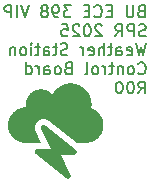
<source format=gbr>
%TF.GenerationSoftware,KiCad,Pcbnew,9.0.0*%
%TF.CreationDate,2025-03-29T18:07:34-05:00*%
%TF.ProjectId,ws-control-board,77732d63-6f6e-4747-926f-6c2d626f6172,rev?*%
%TF.SameCoordinates,Original*%
%TF.FileFunction,Legend,Bot*%
%TF.FilePolarity,Positive*%
%FSLAX46Y46*%
G04 Gerber Fmt 4.6, Leading zero omitted, Abs format (unit mm)*
G04 Created by KiCad (PCBNEW 9.0.0) date 2025-03-29 18:07:34*
%MOMM*%
%LPD*%
G01*
G04 APERTURE LIST*
%ADD10C,0.000000*%
%ADD11C,0.150000*%
G04 APERTURE END LIST*
D10*
G36*
X132526103Y-110791316D02*
G01*
X132535967Y-110791964D01*
X132545831Y-110793043D01*
X132555695Y-110794553D01*
X132565559Y-110796495D01*
X132575423Y-110798869D01*
X132595151Y-110804910D01*
X132614879Y-110812678D01*
X132634608Y-110822172D01*
X132654336Y-110833393D01*
X132674064Y-110846339D01*
X135199268Y-112866502D01*
X135214372Y-112880497D01*
X135228120Y-112894862D01*
X135240512Y-112909596D01*
X135246199Y-112917102D01*
X135251547Y-112924701D01*
X135256556Y-112932391D01*
X135261226Y-112940175D01*
X135265557Y-112948051D01*
X135269549Y-112956019D01*
X135273202Y-112964080D01*
X135276516Y-112972233D01*
X135279490Y-112980479D01*
X135282126Y-112988817D01*
X135284422Y-112997248D01*
X135286380Y-113005771D01*
X135287998Y-113014386D01*
X135289277Y-113023094D01*
X135290218Y-113031895D01*
X135290819Y-113040788D01*
X135291081Y-113049774D01*
X135291004Y-113058852D01*
X135290587Y-113068022D01*
X135289832Y-113077285D01*
X135287305Y-113096089D01*
X135283421Y-113115262D01*
X135278180Y-113134805D01*
X135269857Y-113153978D01*
X135260671Y-113172042D01*
X135255755Y-113180658D01*
X135250622Y-113188996D01*
X135245274Y-113197057D01*
X135239710Y-113204840D01*
X135233931Y-113212346D01*
X135227935Y-113219575D01*
X135221724Y-113226526D01*
X135215297Y-113233199D01*
X135208654Y-113239596D01*
X135201795Y-113245714D01*
X135194721Y-113251556D01*
X135187431Y-113257120D01*
X135179925Y-113262406D01*
X135172203Y-113267415D01*
X135164266Y-113272147D01*
X135156112Y-113276601D01*
X135147743Y-113280778D01*
X135139158Y-113284677D01*
X135130358Y-113288299D01*
X135121341Y-113291644D01*
X135112109Y-113294711D01*
X135102661Y-113297501D01*
X135083118Y-113302248D01*
X135062712Y-113305885D01*
X135041442Y-113308413D01*
X133936666Y-113308413D01*
X134757357Y-114965578D01*
X134766358Y-114987094D01*
X134773633Y-115008240D01*
X134779181Y-115029016D01*
X134783004Y-115049423D01*
X134785100Y-115069459D01*
X134785470Y-115089126D01*
X134785007Y-115098820D01*
X134784113Y-115108422D01*
X134782788Y-115117932D01*
X134781031Y-115127349D01*
X134778842Y-115136674D01*
X134776222Y-115145906D01*
X134773170Y-115155045D01*
X134769687Y-115164093D01*
X134761426Y-115181910D01*
X134751439Y-115199357D01*
X134739725Y-115216434D01*
X134726285Y-115233141D01*
X134711119Y-115249478D01*
X134694227Y-115265446D01*
X134674499Y-115278454D01*
X134654771Y-115289859D01*
X134635043Y-115299662D01*
X134615314Y-115307861D01*
X134595586Y-115314458D01*
X134575858Y-115319452D01*
X134556130Y-115322843D01*
X134536402Y-115324630D01*
X134516674Y-115324815D01*
X134496945Y-115323398D01*
X134477217Y-115320377D01*
X134457489Y-115315753D01*
X134437761Y-115309526D01*
X134418033Y-115301697D01*
X134398305Y-115292264D01*
X134378577Y-115281229D01*
X131853373Y-113261065D01*
X131838268Y-113245160D01*
X131824520Y-113229007D01*
X131812128Y-113212608D01*
X131801093Y-113195963D01*
X131791414Y-113179070D01*
X131783091Y-113161932D01*
X131776124Y-113144546D01*
X131770514Y-113126914D01*
X131766260Y-113109035D01*
X131763363Y-113090910D01*
X131761822Y-113072538D01*
X131761637Y-113053920D01*
X131762808Y-113035055D01*
X131765336Y-113015943D01*
X131769220Y-112996585D01*
X131774460Y-112976980D01*
X131782783Y-112957807D01*
X131791969Y-112939743D01*
X131796885Y-112931127D01*
X131802018Y-112922789D01*
X131807366Y-112914728D01*
X131812930Y-112906945D01*
X131818710Y-112899439D01*
X131824705Y-112892211D01*
X131830917Y-112885260D01*
X131837344Y-112878586D01*
X131843987Y-112872190D01*
X131850845Y-112866071D01*
X131857920Y-112860229D01*
X131865210Y-112854665D01*
X131872716Y-112849379D01*
X131880437Y-112844370D01*
X131888375Y-112839638D01*
X131896528Y-112835184D01*
X131904897Y-112831007D01*
X131913482Y-112827108D01*
X131922283Y-112823486D01*
X131931299Y-112820141D01*
X131940531Y-112817074D01*
X131949979Y-112814284D01*
X131969522Y-112809537D01*
X131989929Y-112805900D01*
X132011198Y-112803372D01*
X133115974Y-112803372D01*
X132295283Y-111146207D01*
X132286282Y-111124691D01*
X132279008Y-111103545D01*
X132273459Y-111082769D01*
X132269637Y-111062363D01*
X132267541Y-111042326D01*
X132267171Y-111022660D01*
X132267633Y-111012965D01*
X132268527Y-111003363D01*
X132269853Y-110993854D01*
X132271610Y-110984437D01*
X132273798Y-110975112D01*
X132276418Y-110965880D01*
X132279470Y-110956740D01*
X132282953Y-110947693D01*
X132291214Y-110929876D01*
X132301202Y-110912429D01*
X132312915Y-110895352D01*
X132326355Y-110878644D01*
X132341521Y-110862307D01*
X132358414Y-110846339D01*
X132378142Y-110833393D01*
X132397870Y-110822172D01*
X132417598Y-110812678D01*
X132437326Y-110804910D01*
X132457054Y-110798869D01*
X132466918Y-110796495D01*
X132476782Y-110794553D01*
X132486646Y-110793043D01*
X132496510Y-110791964D01*
X132506375Y-110791316D01*
X132516239Y-110791101D01*
X132526103Y-110791316D01*
G37*
G36*
X134882569Y-107251808D02*
G01*
X134974120Y-107259514D01*
X135063575Y-107271043D01*
X135150934Y-107286394D01*
X135236196Y-107305567D01*
X135319363Y-107328563D01*
X135400433Y-107355381D01*
X135479407Y-107386021D01*
X135556286Y-107420484D01*
X135631068Y-107458769D01*
X135703754Y-107500876D01*
X135774343Y-107546806D01*
X135842837Y-107596557D01*
X135909235Y-107650132D01*
X135973536Y-107707528D01*
X136035741Y-107768747D01*
X136096960Y-107830953D01*
X136154357Y-107895254D01*
X136207931Y-107961652D01*
X136257683Y-108030145D01*
X136303613Y-108100735D01*
X136345720Y-108173421D01*
X136384005Y-108248203D01*
X136418468Y-108325081D01*
X136449108Y-108404056D01*
X136475926Y-108485126D01*
X136498921Y-108568292D01*
X136518095Y-108653555D01*
X136533446Y-108740914D01*
X136544974Y-108830369D01*
X136552681Y-108921920D01*
X136556565Y-109015567D01*
X136556072Y-109058722D01*
X136554592Y-109101384D01*
X136552126Y-109143553D01*
X136548674Y-109185229D01*
X136544235Y-109226411D01*
X136538809Y-109267101D01*
X136532398Y-109307297D01*
X136525000Y-109347000D01*
X136581533Y-109367591D01*
X136636710Y-109389908D01*
X136690531Y-109413952D01*
X136742996Y-109439722D01*
X136794104Y-109467218D01*
X136843856Y-109496440D01*
X136892252Y-109527389D01*
X136939291Y-109560064D01*
X136984974Y-109594465D01*
X137029301Y-109630592D01*
X137072271Y-109668445D01*
X137113885Y-109708025D01*
X137154143Y-109749331D01*
X137193044Y-109792363D01*
X137230589Y-109837121D01*
X137266778Y-109883605D01*
X137301241Y-109933357D01*
X137333607Y-109983972D01*
X137363878Y-110035451D01*
X137392052Y-110087792D01*
X137418130Y-110140996D01*
X137442112Y-110195064D01*
X137463998Y-110249994D01*
X137483788Y-110305788D01*
X137501482Y-110362445D01*
X137517079Y-110419965D01*
X137530581Y-110478348D01*
X137541986Y-110537594D01*
X137551295Y-110597703D01*
X137558508Y-110658675D01*
X137563625Y-110720511D01*
X137566646Y-110783209D01*
X137563070Y-110863232D01*
X137556289Y-110941528D01*
X137546302Y-111018098D01*
X137533108Y-111092941D01*
X137516709Y-111166059D01*
X137497104Y-111237450D01*
X137474294Y-111307115D01*
X137448277Y-111375054D01*
X137419055Y-111441266D01*
X137386627Y-111505753D01*
X137350993Y-111568513D01*
X137312153Y-111629547D01*
X137270107Y-111688855D01*
X137224856Y-111746436D01*
X137176399Y-111802292D01*
X137124736Y-111856421D01*
X137070606Y-111908084D01*
X137014751Y-111956541D01*
X136957170Y-112001793D01*
X136897862Y-112043838D01*
X136836828Y-112082678D01*
X136774068Y-112118312D01*
X136709581Y-112150740D01*
X136643369Y-112179963D01*
X136575430Y-112205979D01*
X136505765Y-112228790D01*
X136434373Y-112248395D01*
X136361256Y-112264794D01*
X136286412Y-112277987D01*
X136209842Y-112287974D01*
X136131546Y-112294756D01*
X136051524Y-112298332D01*
X135309746Y-112298332D01*
X132989715Y-110451776D01*
X132961972Y-110430753D01*
X132933982Y-110411087D01*
X132905746Y-110392777D01*
X132877264Y-110375823D01*
X132848535Y-110360225D01*
X132819559Y-110345984D01*
X132790337Y-110333099D01*
X132760868Y-110321570D01*
X132731152Y-110311398D01*
X132701190Y-110302582D01*
X132670981Y-110295122D01*
X132640526Y-110289019D01*
X132609824Y-110284272D01*
X132578875Y-110280881D01*
X132547680Y-110278847D01*
X132516239Y-110278168D01*
X132482947Y-110278847D01*
X132450149Y-110280881D01*
X132417845Y-110284272D01*
X132386033Y-110289019D01*
X132354714Y-110295122D01*
X132323889Y-110302582D01*
X132293557Y-110311398D01*
X132263718Y-110321570D01*
X132234373Y-110333099D01*
X132205520Y-110345984D01*
X132177161Y-110360225D01*
X132149295Y-110375823D01*
X132121922Y-110392777D01*
X132095043Y-110411087D01*
X132068656Y-110430753D01*
X132042763Y-110451776D01*
X132017671Y-110473785D01*
X131993689Y-110496411D01*
X131970817Y-110519653D01*
X131949054Y-110543512D01*
X131928401Y-110567987D01*
X131908858Y-110593079D01*
X131890425Y-110618787D01*
X131873101Y-110645112D01*
X131856887Y-110672053D01*
X131841782Y-110699611D01*
X131827788Y-110727785D01*
X131814903Y-110756576D01*
X131803128Y-110785983D01*
X131792462Y-110816007D01*
X131782906Y-110846648D01*
X131774460Y-110877904D01*
X131769158Y-110909469D01*
X131765089Y-110941034D01*
X131762253Y-110972599D01*
X131760650Y-111004165D01*
X131760280Y-111035730D01*
X131761143Y-111067295D01*
X131763239Y-111098860D01*
X131766569Y-111130425D01*
X131771131Y-111161990D01*
X131776926Y-111193555D01*
X131783954Y-111225120D01*
X131792215Y-111256685D01*
X131801709Y-111288250D01*
X131812437Y-111319815D01*
X131824397Y-111351380D01*
X131837590Y-111382945D01*
X132295283Y-112298332D01*
X132011198Y-112298332D01*
X131001116Y-112298332D01*
X130921094Y-112294756D01*
X130842798Y-112287974D01*
X130766228Y-112277987D01*
X130691384Y-112264794D01*
X130618267Y-112248395D01*
X130546876Y-112228790D01*
X130477211Y-112205979D01*
X130409272Y-112179963D01*
X130343059Y-112150740D01*
X130278573Y-112118312D01*
X130215813Y-112082678D01*
X130154779Y-112043838D01*
X130095471Y-112001793D01*
X130037889Y-111956541D01*
X129982034Y-111908084D01*
X129927905Y-111856421D01*
X129876242Y-111802292D01*
X129827784Y-111746436D01*
X129782533Y-111688855D01*
X129740487Y-111629547D01*
X129701648Y-111568513D01*
X129666014Y-111505753D01*
X129633585Y-111441266D01*
X129604363Y-111375054D01*
X129578347Y-111307115D01*
X129555536Y-111237450D01*
X129535931Y-111166059D01*
X129519532Y-111092941D01*
X129506339Y-111018098D01*
X129496352Y-110941528D01*
X129489570Y-110863232D01*
X129485994Y-110783209D01*
X129489570Y-110703187D01*
X129496352Y-110624891D01*
X129506339Y-110548321D01*
X129519532Y-110473477D01*
X129535931Y-110400360D01*
X129555536Y-110328968D01*
X129578347Y-110259303D01*
X129604363Y-110191365D01*
X129633585Y-110125152D01*
X129666014Y-110060666D01*
X129701648Y-109997905D01*
X129740487Y-109936871D01*
X129782533Y-109877564D01*
X129827784Y-109819982D01*
X129876242Y-109764127D01*
X129927905Y-109709998D01*
X129982034Y-109658335D01*
X130037889Y-109609877D01*
X130095471Y-109564626D01*
X130154779Y-109522580D01*
X130215813Y-109483740D01*
X130278573Y-109448106D01*
X130343059Y-109415678D01*
X130409272Y-109386456D01*
X130477211Y-109360439D01*
X130546876Y-109337629D01*
X130618267Y-109318024D01*
X130691384Y-109301625D01*
X130766228Y-109288432D01*
X130842798Y-109278444D01*
X130921094Y-109271663D01*
X131001116Y-109268087D01*
X131016899Y-109268087D01*
X131032681Y-109268087D01*
X131025283Y-109236522D01*
X131018872Y-109204957D01*
X131013446Y-109173392D01*
X131009008Y-109141827D01*
X131005555Y-109110262D01*
X131003089Y-109078697D01*
X131001610Y-109047132D01*
X131001116Y-109015567D01*
X131004384Y-108949169D01*
X131010241Y-108884128D01*
X131018687Y-108820443D01*
X131029722Y-108758114D01*
X131043347Y-108697142D01*
X131059561Y-108637526D01*
X131078364Y-108579266D01*
X131099757Y-108522363D01*
X131123739Y-108466816D01*
X131150311Y-108412625D01*
X131179471Y-108359790D01*
X131211221Y-108308312D01*
X131245561Y-108258190D01*
X131282489Y-108209425D01*
X131322007Y-108162016D01*
X131364115Y-108115963D01*
X131410168Y-108073855D01*
X131457577Y-108034338D01*
X131506342Y-107997409D01*
X131556464Y-107963070D01*
X131607942Y-107931320D01*
X131660777Y-107902159D01*
X131714967Y-107875588D01*
X131770514Y-107851606D01*
X131827418Y-107830213D01*
X131885678Y-107811409D01*
X131945294Y-107795195D01*
X132006266Y-107781571D01*
X132068595Y-107770535D01*
X132132280Y-107762089D01*
X132197321Y-107756232D01*
X132263719Y-107752965D01*
X132337761Y-107756540D01*
X132409954Y-107763322D01*
X132480297Y-107773309D01*
X132548790Y-107786503D01*
X132615434Y-107802902D01*
X132680229Y-107822507D01*
X132743174Y-107845317D01*
X132804270Y-107871334D01*
X132863516Y-107900556D01*
X132920913Y-107932984D01*
X132976460Y-107968618D01*
X133030157Y-108007458D01*
X133082005Y-108049504D01*
X133132004Y-108094755D01*
X133180153Y-108143212D01*
X133226453Y-108194875D01*
X133254812Y-108142288D01*
X133284650Y-108091056D01*
X133315969Y-108041181D01*
X133348767Y-107992662D01*
X133383045Y-107945499D01*
X133418802Y-107899693D01*
X133456039Y-107855243D01*
X133494755Y-107812149D01*
X133534951Y-107770412D01*
X133576627Y-107730031D01*
X133619782Y-107691006D01*
X133664417Y-107653338D01*
X133710532Y-107617025D01*
X133758126Y-107582070D01*
X133807200Y-107548470D01*
X133857753Y-107516227D01*
X133909478Y-107483737D01*
X133962066Y-107453343D01*
X134015517Y-107425046D01*
X134069831Y-107398844D01*
X134125008Y-107374739D01*
X134181048Y-107352730D01*
X134237952Y-107332817D01*
X134295718Y-107315000D01*
X134354348Y-107299279D01*
X134413841Y-107285654D01*
X134474196Y-107274125D01*
X134535415Y-107264693D01*
X134597497Y-107257357D01*
X134660443Y-107252116D01*
X134724251Y-107248972D01*
X134788922Y-107247924D01*
X134882569Y-107251808D01*
G37*
D11*
X140754655Y-101137562D02*
X140611798Y-101185181D01*
X140611798Y-101185181D02*
X140564179Y-101232800D01*
X140564179Y-101232800D02*
X140516560Y-101328038D01*
X140516560Y-101328038D02*
X140516560Y-101470895D01*
X140516560Y-101470895D02*
X140564179Y-101566133D01*
X140564179Y-101566133D02*
X140611798Y-101613753D01*
X140611798Y-101613753D02*
X140707036Y-101661372D01*
X140707036Y-101661372D02*
X141087988Y-101661372D01*
X141087988Y-101661372D02*
X141087988Y-100661372D01*
X141087988Y-100661372D02*
X140754655Y-100661372D01*
X140754655Y-100661372D02*
X140659417Y-100708991D01*
X140659417Y-100708991D02*
X140611798Y-100756610D01*
X140611798Y-100756610D02*
X140564179Y-100851848D01*
X140564179Y-100851848D02*
X140564179Y-100947086D01*
X140564179Y-100947086D02*
X140611798Y-101042324D01*
X140611798Y-101042324D02*
X140659417Y-101089943D01*
X140659417Y-101089943D02*
X140754655Y-101137562D01*
X140754655Y-101137562D02*
X141087988Y-101137562D01*
X140087988Y-100661372D02*
X140087988Y-101470895D01*
X140087988Y-101470895D02*
X140040369Y-101566133D01*
X140040369Y-101566133D02*
X139992750Y-101613753D01*
X139992750Y-101613753D02*
X139897512Y-101661372D01*
X139897512Y-101661372D02*
X139707036Y-101661372D01*
X139707036Y-101661372D02*
X139611798Y-101613753D01*
X139611798Y-101613753D02*
X139564179Y-101566133D01*
X139564179Y-101566133D02*
X139516560Y-101470895D01*
X139516560Y-101470895D02*
X139516560Y-100661372D01*
X138278464Y-101137562D02*
X137945131Y-101137562D01*
X137802274Y-101661372D02*
X138278464Y-101661372D01*
X138278464Y-101661372D02*
X138278464Y-100661372D01*
X138278464Y-100661372D02*
X137802274Y-100661372D01*
X136802274Y-101566133D02*
X136849893Y-101613753D01*
X136849893Y-101613753D02*
X136992750Y-101661372D01*
X136992750Y-101661372D02*
X137087988Y-101661372D01*
X137087988Y-101661372D02*
X137230845Y-101613753D01*
X137230845Y-101613753D02*
X137326083Y-101518514D01*
X137326083Y-101518514D02*
X137373702Y-101423276D01*
X137373702Y-101423276D02*
X137421321Y-101232800D01*
X137421321Y-101232800D02*
X137421321Y-101089943D01*
X137421321Y-101089943D02*
X137373702Y-100899467D01*
X137373702Y-100899467D02*
X137326083Y-100804229D01*
X137326083Y-100804229D02*
X137230845Y-100708991D01*
X137230845Y-100708991D02*
X137087988Y-100661372D01*
X137087988Y-100661372D02*
X136992750Y-100661372D01*
X136992750Y-100661372D02*
X136849893Y-100708991D01*
X136849893Y-100708991D02*
X136802274Y-100756610D01*
X136373702Y-101137562D02*
X136040369Y-101137562D01*
X135897512Y-101661372D02*
X136373702Y-101661372D01*
X136373702Y-101661372D02*
X136373702Y-100661372D01*
X136373702Y-100661372D02*
X135897512Y-100661372D01*
X134802273Y-100661372D02*
X134183226Y-100661372D01*
X134183226Y-100661372D02*
X134516559Y-101042324D01*
X134516559Y-101042324D02*
X134373702Y-101042324D01*
X134373702Y-101042324D02*
X134278464Y-101089943D01*
X134278464Y-101089943D02*
X134230845Y-101137562D01*
X134230845Y-101137562D02*
X134183226Y-101232800D01*
X134183226Y-101232800D02*
X134183226Y-101470895D01*
X134183226Y-101470895D02*
X134230845Y-101566133D01*
X134230845Y-101566133D02*
X134278464Y-101613753D01*
X134278464Y-101613753D02*
X134373702Y-101661372D01*
X134373702Y-101661372D02*
X134659416Y-101661372D01*
X134659416Y-101661372D02*
X134754654Y-101613753D01*
X134754654Y-101613753D02*
X134802273Y-101566133D01*
X133707035Y-101661372D02*
X133516559Y-101661372D01*
X133516559Y-101661372D02*
X133421321Y-101613753D01*
X133421321Y-101613753D02*
X133373702Y-101566133D01*
X133373702Y-101566133D02*
X133278464Y-101423276D01*
X133278464Y-101423276D02*
X133230845Y-101232800D01*
X133230845Y-101232800D02*
X133230845Y-100851848D01*
X133230845Y-100851848D02*
X133278464Y-100756610D01*
X133278464Y-100756610D02*
X133326083Y-100708991D01*
X133326083Y-100708991D02*
X133421321Y-100661372D01*
X133421321Y-100661372D02*
X133611797Y-100661372D01*
X133611797Y-100661372D02*
X133707035Y-100708991D01*
X133707035Y-100708991D02*
X133754654Y-100756610D01*
X133754654Y-100756610D02*
X133802273Y-100851848D01*
X133802273Y-100851848D02*
X133802273Y-101089943D01*
X133802273Y-101089943D02*
X133754654Y-101185181D01*
X133754654Y-101185181D02*
X133707035Y-101232800D01*
X133707035Y-101232800D02*
X133611797Y-101280419D01*
X133611797Y-101280419D02*
X133421321Y-101280419D01*
X133421321Y-101280419D02*
X133326083Y-101232800D01*
X133326083Y-101232800D02*
X133278464Y-101185181D01*
X133278464Y-101185181D02*
X133230845Y-101089943D01*
X132659416Y-101089943D02*
X132754654Y-101042324D01*
X132754654Y-101042324D02*
X132802273Y-100994705D01*
X132802273Y-100994705D02*
X132849892Y-100899467D01*
X132849892Y-100899467D02*
X132849892Y-100851848D01*
X132849892Y-100851848D02*
X132802273Y-100756610D01*
X132802273Y-100756610D02*
X132754654Y-100708991D01*
X132754654Y-100708991D02*
X132659416Y-100661372D01*
X132659416Y-100661372D02*
X132468940Y-100661372D01*
X132468940Y-100661372D02*
X132373702Y-100708991D01*
X132373702Y-100708991D02*
X132326083Y-100756610D01*
X132326083Y-100756610D02*
X132278464Y-100851848D01*
X132278464Y-100851848D02*
X132278464Y-100899467D01*
X132278464Y-100899467D02*
X132326083Y-100994705D01*
X132326083Y-100994705D02*
X132373702Y-101042324D01*
X132373702Y-101042324D02*
X132468940Y-101089943D01*
X132468940Y-101089943D02*
X132659416Y-101089943D01*
X132659416Y-101089943D02*
X132754654Y-101137562D01*
X132754654Y-101137562D02*
X132802273Y-101185181D01*
X132802273Y-101185181D02*
X132849892Y-101280419D01*
X132849892Y-101280419D02*
X132849892Y-101470895D01*
X132849892Y-101470895D02*
X132802273Y-101566133D01*
X132802273Y-101566133D02*
X132754654Y-101613753D01*
X132754654Y-101613753D02*
X132659416Y-101661372D01*
X132659416Y-101661372D02*
X132468940Y-101661372D01*
X132468940Y-101661372D02*
X132373702Y-101613753D01*
X132373702Y-101613753D02*
X132326083Y-101566133D01*
X132326083Y-101566133D02*
X132278464Y-101470895D01*
X132278464Y-101470895D02*
X132278464Y-101280419D01*
X132278464Y-101280419D02*
X132326083Y-101185181D01*
X132326083Y-101185181D02*
X132373702Y-101137562D01*
X132373702Y-101137562D02*
X132468940Y-101089943D01*
X131230844Y-100661372D02*
X130897511Y-101661372D01*
X130897511Y-101661372D02*
X130564178Y-100661372D01*
X130230844Y-101661372D02*
X130230844Y-100661372D01*
X129754654Y-101661372D02*
X129754654Y-100661372D01*
X129754654Y-100661372D02*
X129373702Y-100661372D01*
X129373702Y-100661372D02*
X129278464Y-100708991D01*
X129278464Y-100708991D02*
X129230845Y-100756610D01*
X129230845Y-100756610D02*
X129183226Y-100851848D01*
X129183226Y-100851848D02*
X129183226Y-100994705D01*
X129183226Y-100994705D02*
X129230845Y-101089943D01*
X129230845Y-101089943D02*
X129278464Y-101137562D01*
X129278464Y-101137562D02*
X129373702Y-101185181D01*
X129373702Y-101185181D02*
X129754654Y-101185181D01*
X141135607Y-103223697D02*
X140992750Y-103271316D01*
X140992750Y-103271316D02*
X140754655Y-103271316D01*
X140754655Y-103271316D02*
X140659417Y-103223697D01*
X140659417Y-103223697D02*
X140611798Y-103176077D01*
X140611798Y-103176077D02*
X140564179Y-103080839D01*
X140564179Y-103080839D02*
X140564179Y-102985601D01*
X140564179Y-102985601D02*
X140611798Y-102890363D01*
X140611798Y-102890363D02*
X140659417Y-102842744D01*
X140659417Y-102842744D02*
X140754655Y-102795125D01*
X140754655Y-102795125D02*
X140945131Y-102747506D01*
X140945131Y-102747506D02*
X141040369Y-102699887D01*
X141040369Y-102699887D02*
X141087988Y-102652268D01*
X141087988Y-102652268D02*
X141135607Y-102557030D01*
X141135607Y-102557030D02*
X141135607Y-102461792D01*
X141135607Y-102461792D02*
X141087988Y-102366554D01*
X141087988Y-102366554D02*
X141040369Y-102318935D01*
X141040369Y-102318935D02*
X140945131Y-102271316D01*
X140945131Y-102271316D02*
X140707036Y-102271316D01*
X140707036Y-102271316D02*
X140564179Y-102318935D01*
X140135607Y-103271316D02*
X140135607Y-102271316D01*
X140135607Y-102271316D02*
X139754655Y-102271316D01*
X139754655Y-102271316D02*
X139659417Y-102318935D01*
X139659417Y-102318935D02*
X139611798Y-102366554D01*
X139611798Y-102366554D02*
X139564179Y-102461792D01*
X139564179Y-102461792D02*
X139564179Y-102604649D01*
X139564179Y-102604649D02*
X139611798Y-102699887D01*
X139611798Y-102699887D02*
X139659417Y-102747506D01*
X139659417Y-102747506D02*
X139754655Y-102795125D01*
X139754655Y-102795125D02*
X140135607Y-102795125D01*
X138564179Y-103271316D02*
X138897512Y-102795125D01*
X139135607Y-103271316D02*
X139135607Y-102271316D01*
X139135607Y-102271316D02*
X138754655Y-102271316D01*
X138754655Y-102271316D02*
X138659417Y-102318935D01*
X138659417Y-102318935D02*
X138611798Y-102366554D01*
X138611798Y-102366554D02*
X138564179Y-102461792D01*
X138564179Y-102461792D02*
X138564179Y-102604649D01*
X138564179Y-102604649D02*
X138611798Y-102699887D01*
X138611798Y-102699887D02*
X138659417Y-102747506D01*
X138659417Y-102747506D02*
X138754655Y-102795125D01*
X138754655Y-102795125D02*
X139135607Y-102795125D01*
X137421321Y-102366554D02*
X137373702Y-102318935D01*
X137373702Y-102318935D02*
X137278464Y-102271316D01*
X137278464Y-102271316D02*
X137040369Y-102271316D01*
X137040369Y-102271316D02*
X136945131Y-102318935D01*
X136945131Y-102318935D02*
X136897512Y-102366554D01*
X136897512Y-102366554D02*
X136849893Y-102461792D01*
X136849893Y-102461792D02*
X136849893Y-102557030D01*
X136849893Y-102557030D02*
X136897512Y-102699887D01*
X136897512Y-102699887D02*
X137468940Y-103271316D01*
X137468940Y-103271316D02*
X136849893Y-103271316D01*
X136230845Y-102271316D02*
X136135607Y-102271316D01*
X136135607Y-102271316D02*
X136040369Y-102318935D01*
X136040369Y-102318935D02*
X135992750Y-102366554D01*
X135992750Y-102366554D02*
X135945131Y-102461792D01*
X135945131Y-102461792D02*
X135897512Y-102652268D01*
X135897512Y-102652268D02*
X135897512Y-102890363D01*
X135897512Y-102890363D02*
X135945131Y-103080839D01*
X135945131Y-103080839D02*
X135992750Y-103176077D01*
X135992750Y-103176077D02*
X136040369Y-103223697D01*
X136040369Y-103223697D02*
X136135607Y-103271316D01*
X136135607Y-103271316D02*
X136230845Y-103271316D01*
X136230845Y-103271316D02*
X136326083Y-103223697D01*
X136326083Y-103223697D02*
X136373702Y-103176077D01*
X136373702Y-103176077D02*
X136421321Y-103080839D01*
X136421321Y-103080839D02*
X136468940Y-102890363D01*
X136468940Y-102890363D02*
X136468940Y-102652268D01*
X136468940Y-102652268D02*
X136421321Y-102461792D01*
X136421321Y-102461792D02*
X136373702Y-102366554D01*
X136373702Y-102366554D02*
X136326083Y-102318935D01*
X136326083Y-102318935D02*
X136230845Y-102271316D01*
X135516559Y-102366554D02*
X135468940Y-102318935D01*
X135468940Y-102318935D02*
X135373702Y-102271316D01*
X135373702Y-102271316D02*
X135135607Y-102271316D01*
X135135607Y-102271316D02*
X135040369Y-102318935D01*
X135040369Y-102318935D02*
X134992750Y-102366554D01*
X134992750Y-102366554D02*
X134945131Y-102461792D01*
X134945131Y-102461792D02*
X134945131Y-102557030D01*
X134945131Y-102557030D02*
X134992750Y-102699887D01*
X134992750Y-102699887D02*
X135564178Y-103271316D01*
X135564178Y-103271316D02*
X134945131Y-103271316D01*
X134040369Y-102271316D02*
X134516559Y-102271316D01*
X134516559Y-102271316D02*
X134564178Y-102747506D01*
X134564178Y-102747506D02*
X134516559Y-102699887D01*
X134516559Y-102699887D02*
X134421321Y-102652268D01*
X134421321Y-102652268D02*
X134183226Y-102652268D01*
X134183226Y-102652268D02*
X134087988Y-102699887D01*
X134087988Y-102699887D02*
X134040369Y-102747506D01*
X134040369Y-102747506D02*
X133992750Y-102842744D01*
X133992750Y-102842744D02*
X133992750Y-103080839D01*
X133992750Y-103080839D02*
X134040369Y-103176077D01*
X134040369Y-103176077D02*
X134087988Y-103223697D01*
X134087988Y-103223697D02*
X134183226Y-103271316D01*
X134183226Y-103271316D02*
X134421321Y-103271316D01*
X134421321Y-103271316D02*
X134516559Y-103223697D01*
X134516559Y-103223697D02*
X134564178Y-103176077D01*
X141183226Y-103881260D02*
X140945131Y-104881260D01*
X140945131Y-104881260D02*
X140754655Y-104166974D01*
X140754655Y-104166974D02*
X140564179Y-104881260D01*
X140564179Y-104881260D02*
X140326084Y-103881260D01*
X139564179Y-104833641D02*
X139659417Y-104881260D01*
X139659417Y-104881260D02*
X139849893Y-104881260D01*
X139849893Y-104881260D02*
X139945131Y-104833641D01*
X139945131Y-104833641D02*
X139992750Y-104738402D01*
X139992750Y-104738402D02*
X139992750Y-104357450D01*
X139992750Y-104357450D02*
X139945131Y-104262212D01*
X139945131Y-104262212D02*
X139849893Y-104214593D01*
X139849893Y-104214593D02*
X139659417Y-104214593D01*
X139659417Y-104214593D02*
X139564179Y-104262212D01*
X139564179Y-104262212D02*
X139516560Y-104357450D01*
X139516560Y-104357450D02*
X139516560Y-104452688D01*
X139516560Y-104452688D02*
X139992750Y-104547926D01*
X138659417Y-104881260D02*
X138659417Y-104357450D01*
X138659417Y-104357450D02*
X138707036Y-104262212D01*
X138707036Y-104262212D02*
X138802274Y-104214593D01*
X138802274Y-104214593D02*
X138992750Y-104214593D01*
X138992750Y-104214593D02*
X139087988Y-104262212D01*
X138659417Y-104833641D02*
X138754655Y-104881260D01*
X138754655Y-104881260D02*
X138992750Y-104881260D01*
X138992750Y-104881260D02*
X139087988Y-104833641D01*
X139087988Y-104833641D02*
X139135607Y-104738402D01*
X139135607Y-104738402D02*
X139135607Y-104643164D01*
X139135607Y-104643164D02*
X139087988Y-104547926D01*
X139087988Y-104547926D02*
X138992750Y-104500307D01*
X138992750Y-104500307D02*
X138754655Y-104500307D01*
X138754655Y-104500307D02*
X138659417Y-104452688D01*
X138326083Y-104214593D02*
X137945131Y-104214593D01*
X138183226Y-103881260D02*
X138183226Y-104738402D01*
X138183226Y-104738402D02*
X138135607Y-104833641D01*
X138135607Y-104833641D02*
X138040369Y-104881260D01*
X138040369Y-104881260D02*
X137945131Y-104881260D01*
X137611797Y-104881260D02*
X137611797Y-103881260D01*
X137183226Y-104881260D02*
X137183226Y-104357450D01*
X137183226Y-104357450D02*
X137230845Y-104262212D01*
X137230845Y-104262212D02*
X137326083Y-104214593D01*
X137326083Y-104214593D02*
X137468940Y-104214593D01*
X137468940Y-104214593D02*
X137564178Y-104262212D01*
X137564178Y-104262212D02*
X137611797Y-104309831D01*
X136326083Y-104833641D02*
X136421321Y-104881260D01*
X136421321Y-104881260D02*
X136611797Y-104881260D01*
X136611797Y-104881260D02*
X136707035Y-104833641D01*
X136707035Y-104833641D02*
X136754654Y-104738402D01*
X136754654Y-104738402D02*
X136754654Y-104357450D01*
X136754654Y-104357450D02*
X136707035Y-104262212D01*
X136707035Y-104262212D02*
X136611797Y-104214593D01*
X136611797Y-104214593D02*
X136421321Y-104214593D01*
X136421321Y-104214593D02*
X136326083Y-104262212D01*
X136326083Y-104262212D02*
X136278464Y-104357450D01*
X136278464Y-104357450D02*
X136278464Y-104452688D01*
X136278464Y-104452688D02*
X136754654Y-104547926D01*
X135849892Y-104881260D02*
X135849892Y-104214593D01*
X135849892Y-104405069D02*
X135802273Y-104309831D01*
X135802273Y-104309831D02*
X135754654Y-104262212D01*
X135754654Y-104262212D02*
X135659416Y-104214593D01*
X135659416Y-104214593D02*
X135564178Y-104214593D01*
X134516558Y-104833641D02*
X134373701Y-104881260D01*
X134373701Y-104881260D02*
X134135606Y-104881260D01*
X134135606Y-104881260D02*
X134040368Y-104833641D01*
X134040368Y-104833641D02*
X133992749Y-104786021D01*
X133992749Y-104786021D02*
X133945130Y-104690783D01*
X133945130Y-104690783D02*
X133945130Y-104595545D01*
X133945130Y-104595545D02*
X133992749Y-104500307D01*
X133992749Y-104500307D02*
X134040368Y-104452688D01*
X134040368Y-104452688D02*
X134135606Y-104405069D01*
X134135606Y-104405069D02*
X134326082Y-104357450D01*
X134326082Y-104357450D02*
X134421320Y-104309831D01*
X134421320Y-104309831D02*
X134468939Y-104262212D01*
X134468939Y-104262212D02*
X134516558Y-104166974D01*
X134516558Y-104166974D02*
X134516558Y-104071736D01*
X134516558Y-104071736D02*
X134468939Y-103976498D01*
X134468939Y-103976498D02*
X134421320Y-103928879D01*
X134421320Y-103928879D02*
X134326082Y-103881260D01*
X134326082Y-103881260D02*
X134087987Y-103881260D01*
X134087987Y-103881260D02*
X133945130Y-103928879D01*
X133659415Y-104214593D02*
X133278463Y-104214593D01*
X133516558Y-103881260D02*
X133516558Y-104738402D01*
X133516558Y-104738402D02*
X133468939Y-104833641D01*
X133468939Y-104833641D02*
X133373701Y-104881260D01*
X133373701Y-104881260D02*
X133278463Y-104881260D01*
X132516558Y-104881260D02*
X132516558Y-104357450D01*
X132516558Y-104357450D02*
X132564177Y-104262212D01*
X132564177Y-104262212D02*
X132659415Y-104214593D01*
X132659415Y-104214593D02*
X132849891Y-104214593D01*
X132849891Y-104214593D02*
X132945129Y-104262212D01*
X132516558Y-104833641D02*
X132611796Y-104881260D01*
X132611796Y-104881260D02*
X132849891Y-104881260D01*
X132849891Y-104881260D02*
X132945129Y-104833641D01*
X132945129Y-104833641D02*
X132992748Y-104738402D01*
X132992748Y-104738402D02*
X132992748Y-104643164D01*
X132992748Y-104643164D02*
X132945129Y-104547926D01*
X132945129Y-104547926D02*
X132849891Y-104500307D01*
X132849891Y-104500307D02*
X132611796Y-104500307D01*
X132611796Y-104500307D02*
X132516558Y-104452688D01*
X132183224Y-104214593D02*
X131802272Y-104214593D01*
X132040367Y-103881260D02*
X132040367Y-104738402D01*
X132040367Y-104738402D02*
X131992748Y-104833641D01*
X131992748Y-104833641D02*
X131897510Y-104881260D01*
X131897510Y-104881260D02*
X131802272Y-104881260D01*
X131468938Y-104881260D02*
X131468938Y-104214593D01*
X131468938Y-103881260D02*
X131516557Y-103928879D01*
X131516557Y-103928879D02*
X131468938Y-103976498D01*
X131468938Y-103976498D02*
X131421319Y-103928879D01*
X131421319Y-103928879D02*
X131468938Y-103881260D01*
X131468938Y-103881260D02*
X131468938Y-103976498D01*
X130849891Y-104881260D02*
X130945129Y-104833641D01*
X130945129Y-104833641D02*
X130992748Y-104786021D01*
X130992748Y-104786021D02*
X131040367Y-104690783D01*
X131040367Y-104690783D02*
X131040367Y-104405069D01*
X131040367Y-104405069D02*
X130992748Y-104309831D01*
X130992748Y-104309831D02*
X130945129Y-104262212D01*
X130945129Y-104262212D02*
X130849891Y-104214593D01*
X130849891Y-104214593D02*
X130707034Y-104214593D01*
X130707034Y-104214593D02*
X130611796Y-104262212D01*
X130611796Y-104262212D02*
X130564177Y-104309831D01*
X130564177Y-104309831D02*
X130516558Y-104405069D01*
X130516558Y-104405069D02*
X130516558Y-104690783D01*
X130516558Y-104690783D02*
X130564177Y-104786021D01*
X130564177Y-104786021D02*
X130611796Y-104833641D01*
X130611796Y-104833641D02*
X130707034Y-104881260D01*
X130707034Y-104881260D02*
X130849891Y-104881260D01*
X130087986Y-104214593D02*
X130087986Y-104881260D01*
X130087986Y-104309831D02*
X130040367Y-104262212D01*
X130040367Y-104262212D02*
X129945129Y-104214593D01*
X129945129Y-104214593D02*
X129802272Y-104214593D01*
X129802272Y-104214593D02*
X129707034Y-104262212D01*
X129707034Y-104262212D02*
X129659415Y-104357450D01*
X129659415Y-104357450D02*
X129659415Y-104881260D01*
X140516560Y-106395965D02*
X140564179Y-106443585D01*
X140564179Y-106443585D02*
X140707036Y-106491204D01*
X140707036Y-106491204D02*
X140802274Y-106491204D01*
X140802274Y-106491204D02*
X140945131Y-106443585D01*
X140945131Y-106443585D02*
X141040369Y-106348346D01*
X141040369Y-106348346D02*
X141087988Y-106253108D01*
X141087988Y-106253108D02*
X141135607Y-106062632D01*
X141135607Y-106062632D02*
X141135607Y-105919775D01*
X141135607Y-105919775D02*
X141087988Y-105729299D01*
X141087988Y-105729299D02*
X141040369Y-105634061D01*
X141040369Y-105634061D02*
X140945131Y-105538823D01*
X140945131Y-105538823D02*
X140802274Y-105491204D01*
X140802274Y-105491204D02*
X140707036Y-105491204D01*
X140707036Y-105491204D02*
X140564179Y-105538823D01*
X140564179Y-105538823D02*
X140516560Y-105586442D01*
X139945131Y-106491204D02*
X140040369Y-106443585D01*
X140040369Y-106443585D02*
X140087988Y-106395965D01*
X140087988Y-106395965D02*
X140135607Y-106300727D01*
X140135607Y-106300727D02*
X140135607Y-106015013D01*
X140135607Y-106015013D02*
X140087988Y-105919775D01*
X140087988Y-105919775D02*
X140040369Y-105872156D01*
X140040369Y-105872156D02*
X139945131Y-105824537D01*
X139945131Y-105824537D02*
X139802274Y-105824537D01*
X139802274Y-105824537D02*
X139707036Y-105872156D01*
X139707036Y-105872156D02*
X139659417Y-105919775D01*
X139659417Y-105919775D02*
X139611798Y-106015013D01*
X139611798Y-106015013D02*
X139611798Y-106300727D01*
X139611798Y-106300727D02*
X139659417Y-106395965D01*
X139659417Y-106395965D02*
X139707036Y-106443585D01*
X139707036Y-106443585D02*
X139802274Y-106491204D01*
X139802274Y-106491204D02*
X139945131Y-106491204D01*
X139183226Y-105824537D02*
X139183226Y-106491204D01*
X139183226Y-105919775D02*
X139135607Y-105872156D01*
X139135607Y-105872156D02*
X139040369Y-105824537D01*
X139040369Y-105824537D02*
X138897512Y-105824537D01*
X138897512Y-105824537D02*
X138802274Y-105872156D01*
X138802274Y-105872156D02*
X138754655Y-105967394D01*
X138754655Y-105967394D02*
X138754655Y-106491204D01*
X138421321Y-105824537D02*
X138040369Y-105824537D01*
X138278464Y-105491204D02*
X138278464Y-106348346D01*
X138278464Y-106348346D02*
X138230845Y-106443585D01*
X138230845Y-106443585D02*
X138135607Y-106491204D01*
X138135607Y-106491204D02*
X138040369Y-106491204D01*
X137707035Y-106491204D02*
X137707035Y-105824537D01*
X137707035Y-106015013D02*
X137659416Y-105919775D01*
X137659416Y-105919775D02*
X137611797Y-105872156D01*
X137611797Y-105872156D02*
X137516559Y-105824537D01*
X137516559Y-105824537D02*
X137421321Y-105824537D01*
X136945130Y-106491204D02*
X137040368Y-106443585D01*
X137040368Y-106443585D02*
X137087987Y-106395965D01*
X137087987Y-106395965D02*
X137135606Y-106300727D01*
X137135606Y-106300727D02*
X137135606Y-106015013D01*
X137135606Y-106015013D02*
X137087987Y-105919775D01*
X137087987Y-105919775D02*
X137040368Y-105872156D01*
X137040368Y-105872156D02*
X136945130Y-105824537D01*
X136945130Y-105824537D02*
X136802273Y-105824537D01*
X136802273Y-105824537D02*
X136707035Y-105872156D01*
X136707035Y-105872156D02*
X136659416Y-105919775D01*
X136659416Y-105919775D02*
X136611797Y-106015013D01*
X136611797Y-106015013D02*
X136611797Y-106300727D01*
X136611797Y-106300727D02*
X136659416Y-106395965D01*
X136659416Y-106395965D02*
X136707035Y-106443585D01*
X136707035Y-106443585D02*
X136802273Y-106491204D01*
X136802273Y-106491204D02*
X136945130Y-106491204D01*
X136040368Y-106491204D02*
X136135606Y-106443585D01*
X136135606Y-106443585D02*
X136183225Y-106348346D01*
X136183225Y-106348346D02*
X136183225Y-105491204D01*
X134564177Y-105967394D02*
X134421320Y-106015013D01*
X134421320Y-106015013D02*
X134373701Y-106062632D01*
X134373701Y-106062632D02*
X134326082Y-106157870D01*
X134326082Y-106157870D02*
X134326082Y-106300727D01*
X134326082Y-106300727D02*
X134373701Y-106395965D01*
X134373701Y-106395965D02*
X134421320Y-106443585D01*
X134421320Y-106443585D02*
X134516558Y-106491204D01*
X134516558Y-106491204D02*
X134897510Y-106491204D01*
X134897510Y-106491204D02*
X134897510Y-105491204D01*
X134897510Y-105491204D02*
X134564177Y-105491204D01*
X134564177Y-105491204D02*
X134468939Y-105538823D01*
X134468939Y-105538823D02*
X134421320Y-105586442D01*
X134421320Y-105586442D02*
X134373701Y-105681680D01*
X134373701Y-105681680D02*
X134373701Y-105776918D01*
X134373701Y-105776918D02*
X134421320Y-105872156D01*
X134421320Y-105872156D02*
X134468939Y-105919775D01*
X134468939Y-105919775D02*
X134564177Y-105967394D01*
X134564177Y-105967394D02*
X134897510Y-105967394D01*
X133754653Y-106491204D02*
X133849891Y-106443585D01*
X133849891Y-106443585D02*
X133897510Y-106395965D01*
X133897510Y-106395965D02*
X133945129Y-106300727D01*
X133945129Y-106300727D02*
X133945129Y-106015013D01*
X133945129Y-106015013D02*
X133897510Y-105919775D01*
X133897510Y-105919775D02*
X133849891Y-105872156D01*
X133849891Y-105872156D02*
X133754653Y-105824537D01*
X133754653Y-105824537D02*
X133611796Y-105824537D01*
X133611796Y-105824537D02*
X133516558Y-105872156D01*
X133516558Y-105872156D02*
X133468939Y-105919775D01*
X133468939Y-105919775D02*
X133421320Y-106015013D01*
X133421320Y-106015013D02*
X133421320Y-106300727D01*
X133421320Y-106300727D02*
X133468939Y-106395965D01*
X133468939Y-106395965D02*
X133516558Y-106443585D01*
X133516558Y-106443585D02*
X133611796Y-106491204D01*
X133611796Y-106491204D02*
X133754653Y-106491204D01*
X132564177Y-106491204D02*
X132564177Y-105967394D01*
X132564177Y-105967394D02*
X132611796Y-105872156D01*
X132611796Y-105872156D02*
X132707034Y-105824537D01*
X132707034Y-105824537D02*
X132897510Y-105824537D01*
X132897510Y-105824537D02*
X132992748Y-105872156D01*
X132564177Y-106443585D02*
X132659415Y-106491204D01*
X132659415Y-106491204D02*
X132897510Y-106491204D01*
X132897510Y-106491204D02*
X132992748Y-106443585D01*
X132992748Y-106443585D02*
X133040367Y-106348346D01*
X133040367Y-106348346D02*
X133040367Y-106253108D01*
X133040367Y-106253108D02*
X132992748Y-106157870D01*
X132992748Y-106157870D02*
X132897510Y-106110251D01*
X132897510Y-106110251D02*
X132659415Y-106110251D01*
X132659415Y-106110251D02*
X132564177Y-106062632D01*
X132087986Y-106491204D02*
X132087986Y-105824537D01*
X132087986Y-106015013D02*
X132040367Y-105919775D01*
X132040367Y-105919775D02*
X131992748Y-105872156D01*
X131992748Y-105872156D02*
X131897510Y-105824537D01*
X131897510Y-105824537D02*
X131802272Y-105824537D01*
X131040367Y-106491204D02*
X131040367Y-105491204D01*
X131040367Y-106443585D02*
X131135605Y-106491204D01*
X131135605Y-106491204D02*
X131326081Y-106491204D01*
X131326081Y-106491204D02*
X131421319Y-106443585D01*
X131421319Y-106443585D02*
X131468938Y-106395965D01*
X131468938Y-106395965D02*
X131516557Y-106300727D01*
X131516557Y-106300727D02*
X131516557Y-106015013D01*
X131516557Y-106015013D02*
X131468938Y-105919775D01*
X131468938Y-105919775D02*
X131421319Y-105872156D01*
X131421319Y-105872156D02*
X131326081Y-105824537D01*
X131326081Y-105824537D02*
X131135605Y-105824537D01*
X131135605Y-105824537D02*
X131040367Y-105872156D01*
X140516560Y-108101148D02*
X140849893Y-107624957D01*
X141087988Y-108101148D02*
X141087988Y-107101148D01*
X141087988Y-107101148D02*
X140707036Y-107101148D01*
X140707036Y-107101148D02*
X140611798Y-107148767D01*
X140611798Y-107148767D02*
X140564179Y-107196386D01*
X140564179Y-107196386D02*
X140516560Y-107291624D01*
X140516560Y-107291624D02*
X140516560Y-107434481D01*
X140516560Y-107434481D02*
X140564179Y-107529719D01*
X140564179Y-107529719D02*
X140611798Y-107577338D01*
X140611798Y-107577338D02*
X140707036Y-107624957D01*
X140707036Y-107624957D02*
X141087988Y-107624957D01*
X139897512Y-107101148D02*
X139802274Y-107101148D01*
X139802274Y-107101148D02*
X139707036Y-107148767D01*
X139707036Y-107148767D02*
X139659417Y-107196386D01*
X139659417Y-107196386D02*
X139611798Y-107291624D01*
X139611798Y-107291624D02*
X139564179Y-107482100D01*
X139564179Y-107482100D02*
X139564179Y-107720195D01*
X139564179Y-107720195D02*
X139611798Y-107910671D01*
X139611798Y-107910671D02*
X139659417Y-108005909D01*
X139659417Y-108005909D02*
X139707036Y-108053529D01*
X139707036Y-108053529D02*
X139802274Y-108101148D01*
X139802274Y-108101148D02*
X139897512Y-108101148D01*
X139897512Y-108101148D02*
X139992750Y-108053529D01*
X139992750Y-108053529D02*
X140040369Y-108005909D01*
X140040369Y-108005909D02*
X140087988Y-107910671D01*
X140087988Y-107910671D02*
X140135607Y-107720195D01*
X140135607Y-107720195D02*
X140135607Y-107482100D01*
X140135607Y-107482100D02*
X140087988Y-107291624D01*
X140087988Y-107291624D02*
X140040369Y-107196386D01*
X140040369Y-107196386D02*
X139992750Y-107148767D01*
X139992750Y-107148767D02*
X139897512Y-107101148D01*
X138945131Y-107101148D02*
X138849893Y-107101148D01*
X138849893Y-107101148D02*
X138754655Y-107148767D01*
X138754655Y-107148767D02*
X138707036Y-107196386D01*
X138707036Y-107196386D02*
X138659417Y-107291624D01*
X138659417Y-107291624D02*
X138611798Y-107482100D01*
X138611798Y-107482100D02*
X138611798Y-107720195D01*
X138611798Y-107720195D02*
X138659417Y-107910671D01*
X138659417Y-107910671D02*
X138707036Y-108005909D01*
X138707036Y-108005909D02*
X138754655Y-108053529D01*
X138754655Y-108053529D02*
X138849893Y-108101148D01*
X138849893Y-108101148D02*
X138945131Y-108101148D01*
X138945131Y-108101148D02*
X139040369Y-108053529D01*
X139040369Y-108053529D02*
X139087988Y-108005909D01*
X139087988Y-108005909D02*
X139135607Y-107910671D01*
X139135607Y-107910671D02*
X139183226Y-107720195D01*
X139183226Y-107720195D02*
X139183226Y-107482100D01*
X139183226Y-107482100D02*
X139135607Y-107291624D01*
X139135607Y-107291624D02*
X139087988Y-107196386D01*
X139087988Y-107196386D02*
X139040369Y-107148767D01*
X139040369Y-107148767D02*
X138945131Y-107101148D01*
M02*

</source>
